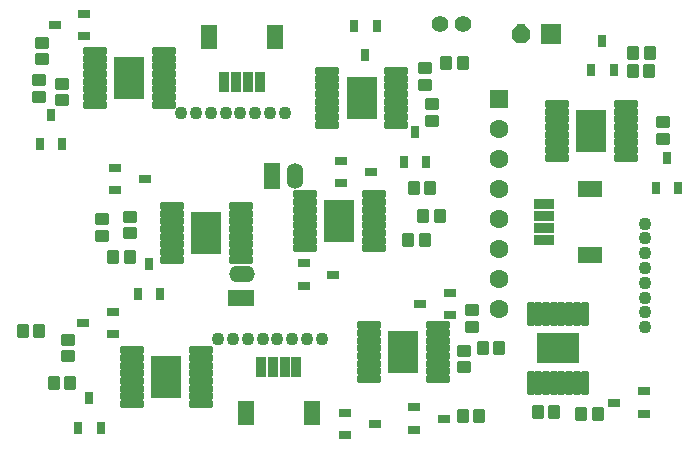
<source format=gts>
G04 Layer: TopSolderMaskLayer*
G04 EasyEDA v6.5.48, 2025-03-06 20:53:55*
G04 c2aac520c91a4c19a6c498b25d38bc05,84066bfdb5964fb78f634a0d0c1972bb,10*
G04 Gerber Generator version 0.2*
G04 Scale: 100 percent, Rotated: No, Reflected: No *
G04 Dimensions in millimeters *
G04 leading zeros omitted , absolute positions ,4 integer and 5 decimal *
%FSLAX45Y45*%
%MOMM*%

%AMMACRO1*4,1,8,-0.4421,-0.5516,-0.5016,-0.4921,-0.5016,0.4921,-0.4421,0.5516,0.4421,0.5516,0.5016,0.4921,0.5016,-0.4921,0.4421,-0.5516,-0.4421,-0.5516,0*%
%AMMACRO2*4,1,8,-0.4421,-0.5516,-0.5016,-0.4921,-0.5016,0.4921,-0.4421,0.5516,0.442,0.5516,0.5016,0.4921,0.5016,-0.4921,0.442,-0.5516,-0.4421,-0.5516,0*%
%AMMACRO3*4,1,8,-0.4921,-0.5016,-0.5516,-0.4421,-0.5516,0.4421,-0.4921,0.5016,0.4921,0.5016,0.5516,0.4421,0.5516,-0.4421,0.4921,-0.5016,-0.4921,-0.5016,0*%
%AMMACRO4*4,1,8,-0.9438,-0.3048,-1.0033,-0.2453,-1.0033,0.2453,-0.9438,0.3048,0.9438,0.3048,1.0033,0.2453,1.0033,-0.2453,0.9438,-0.3048,-0.9438,-0.3048,0*%
%AMMACRO5*4,1,8,-1.2657,-1.8034,-1.2954,-1.7736,-1.2954,1.7737,-1.2657,1.8034,1.2656,1.8034,1.2954,1.7737,1.2954,-1.7736,1.2656,-1.8034,-1.2657,-1.8034,0*%
%AMMACRO6*4,1,8,-0.2453,-1.0033,-0.3048,-0.9438,-0.3048,0.9438,-0.2453,1.0033,0.2453,1.0033,0.3048,0.9438,0.3048,-0.9438,0.2453,-1.0033,-0.2453,-1.0033,0*%
%AMMACRO7*4,1,8,-1.7737,-1.2954,-1.8034,-1.2656,-1.8034,1.2657,-1.7737,1.2954,1.7736,1.2954,1.8034,1.2657,1.8034,-1.2656,1.7736,-1.2954,-1.7737,-1.2954,0*%
%AMMACRO8*4,1,8,-0.6421,-1.0016,-0.7016,-0.9421,-0.7016,0.9421,-0.6421,1.0016,0.6421,1.0016,0.7016,0.9421,0.7016,-0.9421,0.6421,-1.0016,-0.6421,-1.0016,0*%
%AMMACRO9*4,1,8,-0.3421,-0.8766,-0.4016,-0.8171,-0.4016,0.8171,-0.3421,0.8766,0.3421,0.8766,0.4016,0.8171,0.4016,-0.8171,0.3421,-0.8766,-0.3421,-0.8766,0*%
%AMMACRO10*4,1,8,-0.9421,-0.7016,-1.0016,-0.6421,-1.0016,0.6421,-0.9421,0.7016,0.9421,0.7016,1.0016,0.6421,1.0016,-0.6421,0.9421,-0.7016,-0.9421,-0.7016,0*%
%AMMACRO11*4,1,8,-0.8171,-0.4016,-0.8766,-0.3421,-0.8766,0.3421,-0.8171,0.4016,0.8171,0.4016,0.8766,0.3421,0.8766,-0.3421,0.8171,-0.4016,-0.8171,-0.4016,0*%
%AMMACRO12*4,1,8,-0.506,-0.3258,-0.5358,-0.296,-0.5358,0.2961,-0.506,0.3258,0.506,0.3258,0.5358,0.2961,0.5358,-0.296,0.506,-0.3258,-0.506,-0.3258,0*%
%AMMACRO13*4,1,8,-0.2961,-0.5358,-0.3258,-0.506,-0.3258,0.506,-0.2961,0.5358,0.296,0.5358,0.3258,0.506,0.3258,-0.506,0.296,-0.5358,-0.2961,-0.5358,0*%
%AMMACRO14*4,1,8,-0.821,-0.8508,-0.8508,-0.821,-0.8508,0.821,-0.821,0.8508,0.821,0.8508,0.8508,0.821,0.8508,-0.821,0.821,-0.8508,-0.821,-0.8508,0*%
%AMMACRO15*4,1,8,-0.6421,-1.1016,-0.7016,-1.0421,-0.7016,1.0421,-0.6421,1.1016,0.6421,1.1016,0.7016,1.0421,0.7016,-1.0421,0.6421,-1.1016,-0.6421,-1.1016,0*%
%AMMACRO16*4,1,8,-1.0421,-0.7016,-1.1016,-0.6421,-1.1016,0.6421,-1.0421,0.7016,1.0421,0.7016,1.1016,0.6421,1.1016,-0.6421,1.0421,-0.7016,-1.0421,-0.7016,0*%
%AMMACRO17*4,1,8,-0.7711,-0.8008,-0.8008,-0.771,-0.8008,0.7711,-0.7711,0.8008,0.771,0.8008,0.8008,0.7711,0.8008,-0.771,0.771,-0.8008,-0.7711,-0.8008,0*%
%ADD10C,1.4016*%
%ADD11MACRO1*%
%ADD12MACRO2*%
%ADD13MACRO3*%
%ADD14MACRO4*%
%ADD15MACRO5*%
%ADD16MACRO6*%
%ADD17MACRO7*%
%ADD18MACRO8*%
%ADD19MACRO9*%
%ADD20MACRO10*%
%ADD21MACRO11*%
%ADD22MACRO12*%
%ADD23MACRO13*%
%ADD24MACRO14*%
%ADD25C,1.1016*%
%ADD26MACRO15*%
%ADD27O,1.4031976X2.2031959999999997*%
%ADD28MACRO16*%
%ADD29O,2.2031959999999997X1.4031976*%
%ADD30MACRO17*%
%ADD31C,1.6016*%
%ADD32C,0.0191*%

%LPD*%
D10*
G01*
X4002481Y3799992D03*
G01*
X3802481Y3799992D03*
D11*
G01*
X411482Y1200409D03*
G01*
X271482Y1200409D03*
D12*
G01*
X5580073Y3554671D03*
D11*
G01*
X5440075Y3554671D03*
D13*
G01*
X5695495Y2967753D03*
G01*
X5695495Y2827754D03*
D11*
G01*
X5437174Y3400272D03*
G01*
X5577174Y3400272D03*
D14*
G01*
X4792164Y3124469D03*
G01*
X5377167Y2669468D03*
G01*
X5377167Y2734470D03*
G01*
X5377167Y2799468D03*
G01*
X5377167Y2864469D03*
G01*
X5377167Y2929468D03*
G01*
X5377167Y2994469D03*
G01*
X5377167Y3059468D03*
G01*
X5377167Y3124469D03*
D15*
G01*
X5086136Y2895785D03*
D14*
G01*
X4792164Y3059468D03*
G01*
X4792164Y2994469D03*
G01*
X4792164Y2929468D03*
G01*
X4792164Y2864469D03*
G01*
X4792164Y2799468D03*
G01*
X4792164Y2734470D03*
G01*
X4792167Y2669468D03*
D11*
G01*
X4137652Y477936D03*
G01*
X3997652Y477936D03*
G01*
X4774450Y513232D03*
G01*
X4634450Y513232D03*
G01*
X5141749Y496732D03*
G01*
X5001750Y496732D03*
D16*
G01*
X5029276Y1348577D03*
G01*
X4574275Y763574D03*
G01*
X4639276Y763574D03*
G01*
X4704275Y763574D03*
G01*
X4769276Y763574D03*
G01*
X4834275Y763574D03*
G01*
X4899276Y763574D03*
G01*
X4964275Y763574D03*
G01*
X5029276Y763574D03*
D17*
G01*
X4800592Y1054605D03*
D16*
G01*
X4964275Y1348577D03*
G01*
X4899276Y1348577D03*
G01*
X4834275Y1348577D03*
G01*
X4769276Y1348577D03*
G01*
X4704275Y1348577D03*
G01*
X4639276Y1348577D03*
G01*
X4574275Y1348574D03*
D18*
G01*
X2720088Y508680D03*
G01*
X2160082Y508728D03*
D19*
G01*
X2490122Y896232D03*
G01*
X2590119Y896231D03*
G01*
X2290104Y896279D03*
G01*
X2390104Y896279D03*
D18*
G01*
X1848576Y3693868D03*
G01*
X2408582Y3693820D03*
D19*
G01*
X2078542Y3306316D03*
G01*
X1978545Y3306318D03*
G01*
X2278560Y3306269D03*
G01*
X2178560Y3306269D03*
D14*
G01*
X3200979Y1249377D03*
G01*
X3785981Y794377D03*
G01*
X3785981Y859378D03*
G01*
X3785981Y924377D03*
G01*
X3785981Y989378D03*
G01*
X3785981Y1054376D03*
G01*
X3785981Y1119377D03*
G01*
X3785981Y1184376D03*
G01*
X3785981Y1249377D03*
D15*
G01*
X3494951Y1020693D03*
D14*
G01*
X3200979Y1184376D03*
G01*
X3200979Y1119377D03*
G01*
X3200979Y1054376D03*
G01*
X3200979Y989378D03*
G01*
X3200979Y924377D03*
G01*
X3200979Y859378D03*
G01*
X3200981Y794377D03*
G01*
X1780885Y581977D03*
G01*
X1195882Y1036977D03*
G01*
X1195882Y971976D03*
G01*
X1195882Y906978D03*
G01*
X1195882Y841976D03*
G01*
X1195882Y776978D03*
G01*
X1195882Y711977D03*
G01*
X1195882Y646978D03*
G01*
X1195882Y581977D03*
D15*
G01*
X1486913Y810661D03*
D14*
G01*
X1780885Y646978D03*
G01*
X1780885Y711977D03*
G01*
X1780885Y776978D03*
G01*
X1780885Y841976D03*
G01*
X1780885Y906978D03*
G01*
X1780885Y971976D03*
G01*
X1780882Y1036977D03*
G01*
X2847578Y3403572D03*
G01*
X3432581Y2948571D03*
G01*
X3432581Y3013572D03*
G01*
X3432581Y3078571D03*
G01*
X3432581Y3143572D03*
G01*
X3432581Y3208571D03*
G01*
X3432581Y3273572D03*
G01*
X3432581Y3338570D03*
G01*
X3432581Y3403572D03*
D15*
G01*
X3141550Y3174888D03*
D14*
G01*
X2847578Y3338570D03*
G01*
X2847578Y3273572D03*
G01*
X2847578Y3208571D03*
G01*
X2847578Y3143572D03*
G01*
X2847578Y3078571D03*
G01*
X2847578Y3013572D03*
G01*
X2847581Y2948571D03*
G01*
X1467685Y3117171D03*
G01*
X882683Y3572172D03*
G01*
X882683Y3507171D03*
G01*
X882683Y3442172D03*
G01*
X882683Y3377171D03*
G01*
X882683Y3312172D03*
G01*
X882683Y3247171D03*
G01*
X882683Y3182172D03*
G01*
X882683Y3117171D03*
D15*
G01*
X1173713Y3345855D03*
D14*
G01*
X1467685Y3182172D03*
G01*
X1467685Y3247171D03*
G01*
X1467685Y3312172D03*
G01*
X1467685Y3377171D03*
G01*
X1467685Y3442172D03*
G01*
X1467685Y3507171D03*
G01*
X1467683Y3572172D03*
G01*
X2119182Y1804974D03*
G01*
X1534180Y2259975D03*
G01*
X1534180Y2194974D03*
G01*
X1534180Y2129975D03*
G01*
X1534180Y2064974D03*
G01*
X1534180Y1999975D03*
G01*
X1534180Y1934974D03*
G01*
X1534180Y1869975D03*
G01*
X1534180Y1804974D03*
D15*
G01*
X1825210Y2033658D03*
D14*
G01*
X2119182Y1869975D03*
G01*
X2119182Y1934974D03*
G01*
X2119182Y1999975D03*
G01*
X2119182Y2064974D03*
G01*
X2119182Y2129975D03*
G01*
X2119182Y2194974D03*
G01*
X2119180Y2259975D03*
G01*
X2659479Y2357374D03*
G01*
X3244481Y1902373D03*
G01*
X3244481Y1967374D03*
G01*
X3244481Y2032373D03*
G01*
X3244481Y2097374D03*
G01*
X3244481Y2162373D03*
G01*
X3244481Y2227374D03*
G01*
X3244481Y2292372D03*
G01*
X3244481Y2357374D03*
D15*
G01*
X2953451Y2128690D03*
D14*
G01*
X2659479Y2292372D03*
G01*
X2659479Y2227374D03*
G01*
X2659479Y2162373D03*
G01*
X2659479Y2097374D03*
G01*
X2659479Y2032373D03*
G01*
X2659479Y1967374D03*
G01*
X2659481Y1902373D03*
D13*
G01*
X4074073Y1378206D03*
G01*
X4074073Y1238206D03*
G01*
X4012476Y1033607D03*
G01*
X4012476Y893607D03*
D11*
G01*
X4166875Y1056208D03*
G01*
X4306874Y1056208D03*
G01*
X534781Y758309D03*
G01*
X674781Y758309D03*
D13*
G01*
X657781Y986307D03*
G01*
X657781Y1126307D03*
G01*
X3676180Y3425471D03*
G01*
X3676180Y3285472D03*
G01*
X3740274Y3119904D03*
G01*
X3740274Y2979905D03*
D11*
G01*
X3996875Y3469553D03*
G01*
X3856875Y3469553D03*
D13*
G01*
X603780Y3155805D03*
G01*
X603780Y3295804D03*
G01*
X435681Y3502903D03*
G01*
X435681Y3642903D03*
G01*
X414781Y3322802D03*
G01*
X414781Y3182802D03*
D11*
G01*
X1040485Y1828774D03*
G01*
X1180485Y1828774D03*
D13*
G01*
X1181585Y2027575D03*
G01*
X1181585Y2167575D03*
G01*
X946785Y2147775D03*
G01*
X946785Y2007776D03*
D11*
G01*
X3725080Y2413673D03*
G01*
X3585080Y2413673D03*
G01*
X3663779Y2171687D03*
G01*
X3803779Y2171687D03*
G01*
X3676779Y1968487D03*
G01*
X3536779Y1968487D03*
D20*
G01*
X5076774Y2405580D03*
G01*
X5076725Y1845574D03*
D21*
G01*
X4689222Y2175614D03*
G01*
X4689223Y2275611D03*
G01*
X4689175Y1975596D03*
G01*
X4689175Y2075596D03*
D22*
G01*
X5532917Y500245D03*
G01*
X5532917Y690237D03*
G01*
X5281076Y595241D03*
G01*
X3583830Y553874D03*
G01*
X3583830Y363882D03*
G01*
X3835671Y458878D03*
G01*
X3891315Y1336921D03*
G01*
X3891315Y1526913D03*
G01*
X3639474Y1431917D03*
G01*
X3001934Y507357D03*
G01*
X3001934Y317365D03*
G01*
X3253775Y412361D03*
D23*
G01*
X741398Y379023D03*
G01*
X931390Y379023D03*
G01*
X836394Y630864D03*
D22*
G01*
X1037732Y1175580D03*
G01*
X1037732Y1365572D03*
G01*
X785891Y1270576D03*
D23*
G01*
X5086068Y3407973D03*
G01*
X5276060Y3407973D03*
G01*
X5181064Y3659814D03*
G01*
X5632678Y2413939D03*
G01*
X5822670Y2413939D03*
G01*
X5727674Y2665780D03*
G01*
X3268477Y3786520D03*
G01*
X3078485Y3786520D03*
G01*
X3173481Y3534679D03*
G01*
X3498979Y2631356D03*
G01*
X3688971Y2631356D03*
G01*
X3593975Y2883197D03*
G01*
X415886Y2781658D03*
G01*
X605878Y2781658D03*
G01*
X510882Y3033499D03*
D22*
G01*
X795030Y3696106D03*
G01*
X795030Y3886098D03*
G01*
X543189Y3791102D03*
D23*
G01*
X1249144Y1513641D03*
G01*
X1439136Y1513641D03*
G01*
X1344140Y1765482D03*
D22*
G01*
X1057310Y2581521D03*
G01*
X1057310Y2391529D03*
G01*
X1309151Y2486525D03*
G01*
X2651234Y1773570D03*
G01*
X2651234Y1583578D03*
G01*
X2903075Y1678574D03*
G01*
X2970232Y2642669D03*
G01*
X2970232Y2452677D03*
G01*
X3222073Y2547673D03*
D24*
G01*
X4742482Y3717493D03*
G36*
X4461863Y3638499D02*
G01*
X4461294Y3638532D01*
X4460732Y3638626D01*
X4460184Y3638783D01*
X4459658Y3639002D01*
X4459160Y3639278D01*
X4458695Y3639609D01*
X4458268Y3639987D01*
X4414987Y3683294D01*
X4414608Y3683718D01*
X4414278Y3684183D01*
X4414004Y3684684D01*
X4413785Y3685209D01*
X4413628Y3685755D01*
X4413534Y3686317D01*
X4413501Y3686886D01*
X4413501Y3748100D01*
X4413534Y3748669D01*
X4413628Y3749230D01*
X4413785Y3749776D01*
X4414004Y3750302D01*
X4414278Y3750802D01*
X4414608Y3751267D01*
X4414987Y3751691D01*
X4458268Y3794996D01*
X4458695Y3795374D01*
X4459160Y3795704D01*
X4459658Y3795981D01*
X4460184Y3796200D01*
X4460732Y3796357D01*
X4461294Y3796451D01*
X4461863Y3796484D01*
X4523102Y3796484D01*
X4523671Y3796451D01*
X4524232Y3796357D01*
X4524781Y3796200D01*
X4525307Y3795981D01*
X4525805Y3795704D01*
X4526269Y3795377D01*
X4526694Y3794996D01*
X4570001Y3751691D01*
X4570382Y3751267D01*
X4570709Y3750802D01*
X4570986Y3750304D01*
X4571204Y3749779D01*
X4571362Y3749230D01*
X4571456Y3748669D01*
X4571489Y3748100D01*
X4571489Y3686886D01*
X4571456Y3686317D01*
X4571362Y3685755D01*
X4571204Y3685207D01*
X4570986Y3684681D01*
X4570709Y3684183D01*
X4570382Y3683718D01*
X4570001Y3683294D01*
X4526694Y3639987D01*
X4526269Y3639606D01*
X4525805Y3639278D01*
X4525307Y3639002D01*
X4524781Y3638783D01*
X4524232Y3638626D01*
X4523671Y3638532D01*
X4523102Y3638499D01*
G37*
D25*
G01*
X2491130Y3048762D03*
G01*
X2366111Y3048762D03*
G01*
X2241143Y3048762D03*
G01*
X2116200Y3048762D03*
G01*
X1991233Y3048762D03*
G01*
X1866290Y3048762D03*
G01*
X1741068Y3048762D03*
G01*
X1616100Y3048762D03*
G01*
X5541645Y1235075D03*
G01*
X5541645Y1360043D03*
G01*
X5541645Y1485011D03*
G01*
X5541645Y1609979D03*
G01*
X5541645Y1734946D03*
G01*
X5541645Y1859914D03*
G01*
X5541645Y1985137D03*
G01*
X5541645Y2110104D03*
G01*
X1928215Y1131646D03*
G01*
X2053158Y1131646D03*
G01*
X2178100Y1131646D03*
G01*
X2303068Y1131646D03*
G01*
X2428087Y1131646D03*
G01*
X2553055Y1131646D03*
G01*
X2678252Y1131646D03*
G01*
X2803220Y1131646D03*
D26*
G01*
X2382494Y2509994D03*
D27*
G01*
X2582290Y2509850D03*
D28*
G01*
X2124997Y1482496D03*
D29*
G01*
X2125141Y1682292D03*
D30*
G01*
X4303179Y3163672D03*
D31*
G01*
X4303166Y2909646D03*
G01*
X4303166Y2655646D03*
G01*
X4303166Y2401646D03*
G01*
X4303166Y2147646D03*
G01*
X4303166Y1893646D03*
G01*
X4303166Y1639646D03*
G01*
X4303166Y1385646D03*
M02*

</source>
